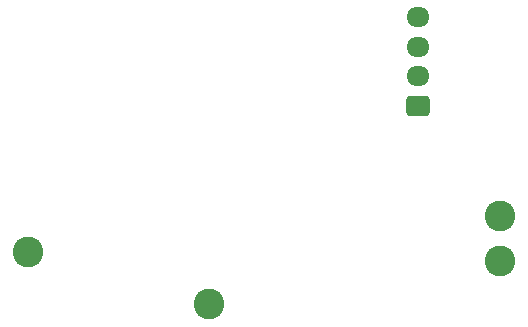
<source format=gbs>
%TF.GenerationSoftware,KiCad,Pcbnew,9.0.5*%
%TF.CreationDate,2025-11-20T08:48:28+01:00*%
%TF.ProjectId,acw02_zb-v1.1,61637730-325f-47a6-922d-76312e312e6b,rev?*%
%TF.SameCoordinates,Original*%
%TF.FileFunction,Soldermask,Bot*%
%TF.FilePolarity,Negative*%
%FSLAX46Y46*%
G04 Gerber Fmt 4.6, Leading zero omitted, Abs format (unit mm)*
G04 Created by KiCad (PCBNEW 9.0.5) date 2025-11-20 08:48:28*
%MOMM*%
%LPD*%
G01*
G04 APERTURE LIST*
G04 Aperture macros list*
%AMRoundRect*
0 Rectangle with rounded corners*
0 $1 Rounding radius*
0 $2 $3 $4 $5 $6 $7 $8 $9 X,Y pos of 4 corners*
0 Add a 4 corners polygon primitive as box body*
4,1,4,$2,$3,$4,$5,$6,$7,$8,$9,$2,$3,0*
0 Add four circle primitives for the rounded corners*
1,1,$1+$1,$2,$3*
1,1,$1+$1,$4,$5*
1,1,$1+$1,$6,$7*
1,1,$1+$1,$8,$9*
0 Add four rect primitives between the rounded corners*
20,1,$1+$1,$2,$3,$4,$5,0*
20,1,$1+$1,$4,$5,$6,$7,0*
20,1,$1+$1,$6,$7,$8,$9,0*
20,1,$1+$1,$8,$9,$2,$3,0*%
G04 Aperture macros list end*
%ADD10C,2.600000*%
%ADD11RoundRect,0.250000X0.725000X-0.600000X0.725000X0.600000X-0.725000X0.600000X-0.725000X-0.600000X0*%
%ADD12O,1.950000X1.700000*%
G04 APERTURE END LIST*
D10*
%TO.C,J2*%
X116200000Y-96200000D03*
%TD*%
%TO.C,J5*%
X140900000Y-88800000D03*
%TD*%
%TO.C,J4*%
X140900000Y-92600000D03*
%TD*%
%TO.C,J3*%
X100900000Y-91800000D03*
%TD*%
D11*
%TO.C,J1*%
X133955000Y-79450000D03*
D12*
X133955000Y-76950000D03*
X133955000Y-74450000D03*
X133955000Y-71950000D03*
%TD*%
M02*

</source>
